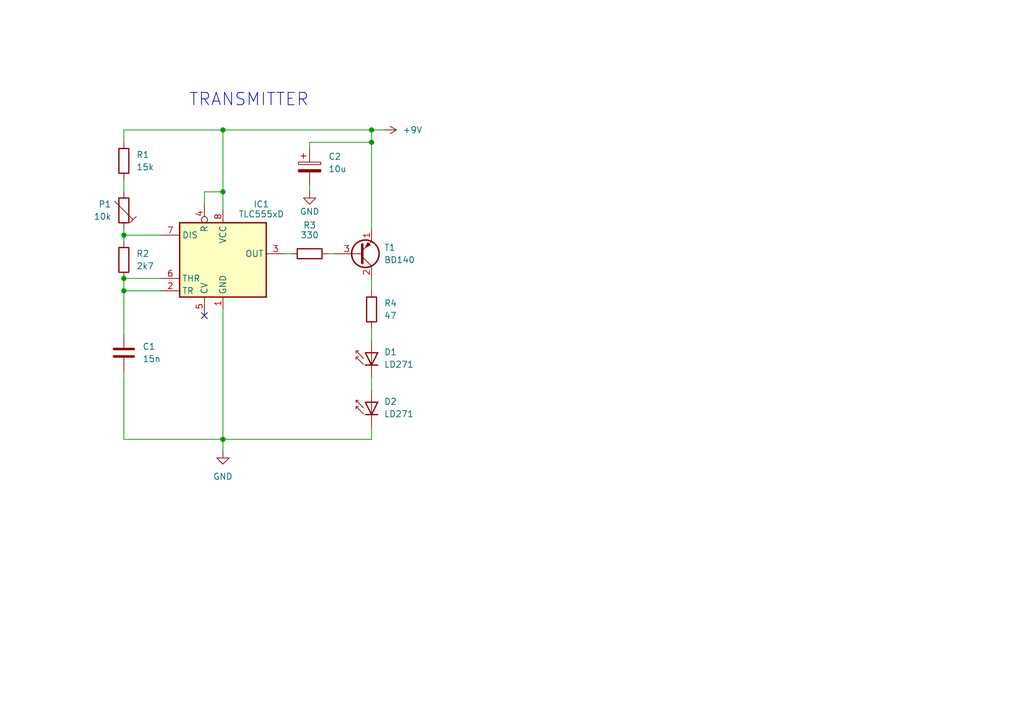
<source format=kicad_sch>
(kicad_sch (version 20231120) (generator "eeschema") (generator_version "8.0")
  (paper "A5")
  (title_block (title "Transmitter") (date "2024-11-19") (rev "1.0") (company "FH Technikum") (comment 1 "Author: Vulovic Marko"))
  (lib_symbols
    (symbol "Device:C" (pin_numbers hide) (pin_names (offset 0.254))
      (property "Reference" "C" (at 0.635 2.54 0))
      (property "Value" "C" (at 0.635 -2.54 0))
      (symbol "C_0_1"
        (polyline (pts (xy -2.032 -0.762) (xy 2.032 -0.762)) (stroke (width 0.508)))
        (polyline (pts (xy -2.032 0.762) (xy 2.032 0.762)) (stroke (width 0.508)))
      )
      (symbol "C_1_1"
        (pin passive line (at 0 3.81 270) (length 2.794) (name "~") (number "1"))
        (pin passive line (at 0 -3.81 90) (length 2.794) (name "~") (number "2"))
      )
    )
    (symbol "Device:C_Polarized" (pin_numbers hide) (pin_names (offset 0.254))
      (property "Reference" "C" (at 0.635 2.54 0))
      (property "Value" "C_Polarized" (at 0.635 -2.54 0))
      (symbol "C_Polarized_0_1"
        (rectangle (start -2.286 0.508) (end 2.286 1.016))
        (polyline (pts (xy -1.778 2.286) (xy -0.762 2.286)))
        (polyline (pts (xy -1.27 2.794) (xy -1.27 1.778)))
        (rectangle (start 2.286 -0.508) (end -2.286 -1.016) (fill (type outline)))
      )
      (symbol "C_Polarized_1_1"
        (pin passive line (at 0 3.81 270) (length 2.794) (name "~") (number "1"))
        (pin passive line (at 0 -3.81 90) (length 2.794) (name "~") (number "2"))
      )
    )
    (symbol "Device:R" (pin_numbers hide) (pin_names (offset 0))
      (property "Reference" "R" (at 2.032 0 90))
      (property "Value" "R" (at 0 0 90))
      (symbol "R_0_1"
        (rectangle (start -1.016 -2.54) (end 1.016 2.54) (stroke (width 0.254)))
      )
      (symbol "R_1_1"
        (pin passive line (at 0 3.81 270) (length 1.27) (name "~") (number "1"))
        (pin passive line (at 0 -3.81 90) (length 1.27) (name "~") (number "2"))
      )
    )
    (symbol "Device:R_Trim" (pin_numbers hide) (pin_names (offset 0))
      (property "Reference" "R" (at 2.54 -2.54 90))
      (property "Value" "R_Trim" (at -2.54 -0.635 90))
      (symbol "R_Trim_0_1"
        (rectangle (start -1.016 -2.54) (end 1.016 2.54) (stroke (width 0.254)))
        (polyline (pts (xy -1.905 -1.905) (xy 1.905 1.905) (xy 2.54 1.27) (xy 1.27 2.54)))
      )
      (symbol "R_Trim_1_1"
        (pin passive line (at 0 3.81 270) (length 1.27) (name "~") (number "1"))
        (pin passive line (at 0 -3.81 90) (length 1.27) (name "~") (number "2"))
      )
    )
    (symbol "LED:LD271" (pin_numbers hide) (pin_names (offset 1.016) hide)
      (property "Reference" "D" (at 0.508 1.778 0))
      (property "Value" "LD271" (at -1.016 -2.794 0))
      (symbol "LD271_0_1"
        (polyline (pts (xy -2.54 1.27) (xy -2.54 -1.27)) (stroke (width 0.254)))
        (polyline (pts (xy 0 0) (xy -2.54 0)))
        (polyline (pts (xy 0.381 3.175) (xy -0.127 3.175)))
        (polyline (pts (xy -1.143 1.651) (xy 0.381 3.175) (xy 0.381 2.667)))
        (polyline (pts (xy 0 -1.27) (xy -2.54 0) (xy 0 1.27) (xy 0 -1.27)) (stroke (width 0.254)))
        (polyline (pts (xy -2.413 1.651) (xy -0.889 3.175) (xy -0.889 2.667) (xy -0.889 3.175) (xy -1.397 3.175)))
      )
      (symbol "LD271_1_1"
        (pin passive line (at -5.08 0 0) (length 2.54) (name "K") (number "1"))
        (pin passive line (at 2.54 0 180) (length 2.54) (name "A") (number "2"))
      )
    )
    (symbol "Timer:TLC555xD"
      (property "Reference" "IC3" (at 2.1941 12.7 0))
      (property "Value" "TLC555xD" (at 2.1941 10.16 0))
      (symbol "TLC555xD_0_0"
        (pin power_in line (at 0 -10.16 90) (length 2.54) (name "GND") (number "1"))
        (pin power_in line (at 0 10.16 270) (length 2.54) (name "VCC") (number "8"))
      )
      (symbol "TLC555xD_0_1"
        (rectangle (start -8.89 -7.62) (end 8.89 7.62) (stroke (width 0.254)) (fill (type background)))
        (rectangle (start -8.89 -7.62) (end 8.89 7.62) (stroke (width 0.254)) (fill (type background)))
      )
      (symbol "TLC555xD_1_1"
        (pin input line (at -12.7 -6.35 0) (length 3.81) (name "TR") (number "2"))
        (pin output line (at 12.7 1.27 180) (length 3.81) (name "OUT") (number "3"))
        (pin input inverted (at -3.81 11.43 270) (length 3.81) (name "R") (number "4"))
        (pin input line (at -3.81 -11.43 90) (length 3.81) (name "CV") (number "5"))
        (pin input line (at -12.7 -3.81 0) (length 3.81) (name "THR") (number "6"))
        (pin input line (at -12.7 5.08 0) (length 3.81) (name "DIS") (number "7"))
      )
    )
    (symbol "Transistor_BJT:BD140" (pin_names (offset 0) hide)
      (property "Reference" "Q" (at 5.08 1.905 0))
      (property "Value" "BD140" (at 5.08 0 0))
      (symbol "BD140_0_1"
        (polyline (pts (xy 0 0) (xy 0.635 0)))
        (polyline (pts (xy 2.54 -2.54) (xy 0.635 -0.635)))
        (polyline (pts (xy 2.54 2.54) (xy 0.635 0.635)))
        (polyline (pts (xy 0.635 1.905) (xy 0.635 -1.905) (xy 0.635 -1.905)) (stroke (width 0.508)) (fill (type outline)))
        (polyline (pts (xy 1.778 -2.286) (xy 2.286 -1.778) (xy 1.27 -1.27) (xy 1.778 -2.286) (xy 1.778 -2.286)) (fill (type outline)))
        (circle (center 1.27 0) (radius 2.8194) (stroke (width 0.3048)))
      )
      (symbol "BD140_1_1"
        (pin passive line (at 2.54 -5.08 90) (length 2.54) (name "E") (number "1"))
        (pin passive line (at 2.54 5.08 270) (length 2.54) (name "C") (number "2"))
        (pin input line (at -5.08 0 0) (length 5.08) (name "B") (number "3"))
      )
    )
    (symbol "power:+9V" (power) (pin_numbers hide) (pin_names (offset 0) hide)
      (property "Value" "+9V" (at 0 3.556 0))
      (symbol "+9V_0_1"
        (polyline (pts (xy -0.762 1.27) (xy 0 2.54)))
        (polyline (pts (xy 0 0) (xy 0 2.54)))
        (polyline (pts (xy 0 2.54) (xy 0.762 1.27)))
      )
      (symbol "+9V_1_1"
        (pin power_in line (at 0 0 90) (length 0) (name "~") (number "1"))
      )
    )
    (symbol "power:GND" (power) (pin_numbers hide) (pin_names (offset 0) hide)
      (property "Value" "GND" (at 0 -3.81 0))
      (symbol "GND_0_1"
        (polyline (pts (xy 0 0) (xy 0 -1.27) (xy 1.27 -1.27) (xy 0 -2.54) (xy -1.27 -1.27) (xy 0 -1.27)))
      )
      (symbol "GND_1_1"
        (pin power_in line (at 0 0 270) (length 0) (name "~") (number "1"))
      )
    )
  )
  (junction (at 25.4 59.69))
  (junction (at 76.2 29.21))
  (junction (at 45.72 90.17))
  (junction (at 76.2 26.67))
  (junction (at 25.4 48.26))
  (junction (at 25.4 57.15))
  (junction (at 45.72 39.37))
  (junction (at 45.72 26.67))
  (no_connect (at 41.91 64.77))
  (wire (pts (xy 76.2 67.31) (xy 76.2 69.85)))
  (wire (pts (xy 67.31 52.07) (xy 68.58 52.07)))
  (wire (pts (xy 76.2 77.47) (xy 76.2 80.01)))
  (wire (pts (xy 76.2 26.67) (xy 76.2 29.21)))
  (wire (pts (xy 76.2 26.67) (xy 78.74 26.67)))
  (wire (pts (xy 45.72 26.67) (xy 25.4 26.67)))
  (wire (pts (xy 25.4 90.17) (xy 45.72 90.17)))
  (wire (pts (xy 41.91 39.37) (xy 45.72 39.37)))
  (wire (pts (xy 25.4 26.67) (xy 25.4 29.21)))
  (wire (pts (xy 25.4 48.26) (xy 25.4 49.53)))
  (wire (pts (xy 41.91 41.91) (xy 41.91 39.37)))
  (wire (pts (xy 25.4 57.15) (xy 33.02 57.15)))
  (wire (pts (xy 76.2 57.15) (xy 76.2 59.69)))
  (wire (pts (xy 25.4 48.26) (xy 33.02 48.26)))
  (wire (pts (xy 25.4 48.26) (xy 25.4 46.99)))
  (wire (pts (xy 25.4 59.69) (xy 33.02 59.69)))
  (wire (pts (xy 45.72 90.17) (xy 45.72 92.71)))
  (wire (pts (xy 25.4 76.2) (xy 25.4 90.17)))
  (wire (pts (xy 25.4 36.83) (xy 25.4 39.37)))
  (wire (pts (xy 58.42 52.07) (xy 59.69 52.07)))
  (wire (pts (xy 45.72 39.37) (xy 45.72 26.67)))
  (wire (pts (xy 25.4 59.69) (xy 25.4 68.58)))
  (wire (pts (xy 63.5 29.21) (xy 63.5 30.48)))
  (wire (pts (xy 76.2 90.17) (xy 76.2 87.63)))
  (wire (pts (xy 76.2 29.21) (xy 63.5 29.21)))
  (wire (pts (xy 45.72 63.5) (xy 45.72 90.17)))
  (wire (pts (xy 25.4 57.15) (xy 25.4 59.69)))
  (wire (pts (xy 45.72 90.17) (xy 76.2 90.17)))
  (wire (pts (xy 76.2 29.21) (xy 76.2 46.99)))
  (wire (pts (xy 45.72 26.67) (xy 76.2 26.67)))
  (wire (pts (xy 63.5 38.1) (xy 63.5 39.37)))
  (wire (pts (xy 45.72 39.37) (xy 45.72 43.18)))
  (text "TRANSMITTER\n" (at 51.054 20.574 0) (effects (font (size 2.54 2.54))))
  (symbol (lib_id "Device:R_Trim") (at 25.4 43.18 0) (mirror x) (unit 1)
    (property "Reference" "P1" (at 22.86 41.9099 0) (effects (justify right)))
    (property "Value" "10k" (at 22.86 44.4499 0) (effects (justify right)))
    (property "Description" "Trimmable resistor (preset resistor)" (effects (hide yes)))
  )
  (symbol (lib_id "Device:C_Polarized") (at 63.5 34.29 0) (unit 1)
    (property "Reference" "C2" (at 67.31 32.1309 0) (effects (justify left)))
    (property "Value" "10u" (at 67.31 34.6709 0) (effects (justify left)))
    (property "Description" "Polarized capacitor" (effects (hide yes)))
  )
  (symbol (lib_id "Transistor_BJT:BD140") (at 73.66 52.07 0) (mirror x) (unit 1)
    (property "Reference" "T1" (at 78.74 50.7999 0) (effects (justify left)))
    (property "Value" "BD140" (at 78.74 53.3399 0) (effects (justify left)))
    (property "Footprint" "Package_TO_SOT_THT:TO-126-3_Vertical" (effects (hide yes)))
    (property "Datasheet" "http://www.st.com/internet/com/TECHNICAL_RESOURCES/TECHNICAL_LITERATURE/DATASHEET/CD00001225.pdf" (effects (hide yes)))
    (property "Description" "1.5A Ic, 80V Vce, Low Voltage Transistor, TO-126" (effects (hide yes)))
  )
  (symbol (lib_id "power:+9V") (at 78.74 26.67 270) (unit 1)
    (property "Reference" "#PWR06" (effects (hide yes)))
    (property "Value" "+9V" (at 82.55 26.6699 90) (effects (justify left)))
    (property "Description" "Power symbol creates a global label with name \"+9V\"" (effects (hide yes)))
  )
  (symbol (lib_id "Device:R") (at 76.2 63.5 0) (unit 1)
    (property "Reference" "R4" (at 78.74 62.2299 0) (effects (justify left)))
    (property "Value" "47" (at 78.74 64.7699 0) (effects (justify left)))
    (property "Description" "Resistor" (effects (hide yes)))
  )
  (symbol (lib_id "Timer:TLC555xD") (at 45.72 53.34 0) (unit 1)
    (property "Reference" "IC1" (at 53.594 41.91 0))
    (property "Value" "TLC555xD" (at 53.594 43.942 0))
    (property "Footprint" "Package_SO:SOIC-8_3.9x4.9mm_P1.27mm" (effects (hide yes)))
    (property "Datasheet" "http://www.ti.com/lit/ds/symlink/tlc555.pdf" (effects (hide yes)))
    (property "Description" "Single LinCMOS Timer, 555 compatible, SOIC-8" (effects (hide yes)))
  )
  (symbol (lib_id "power:GND") (at 45.72 92.71 0) (unit 1)
    (property "Reference" "#PWR04" (effects (hide yes)))
    (property "Value" "GND" (at 45.72 97.79 0))
    (property "Description" "Power symbol creates a global label with name \"GND\" , ground" (effects (hide yes)))
  )
  (symbol (lib_id "power:GND") (at 63.5 39.37 0) (unit 1)
    (property "Reference" "#PWR05" (effects (hide yes)))
    (property "Value" "GND" (at 63.5 43.434 0))
    (property "Description" "Power symbol creates a global label with name \"GND\" , ground" (effects (hide yes)))
  )
  (symbol (lib_id "Device:C") (at 25.4 72.39 0) (unit 1)
    (property "Reference" "C1" (at 29.21 71.1199 0) (effects (justify left)))
    (property "Value" "15n" (at 29.21 73.6599 0) (effects (justify left)))
    (property "Description" "Unpolarized capacitor" (effects (hide yes)))
  )
  (symbol (lib_id "Device:R") (at 63.5 52.07 90) (unit 1)
    (property "Reference" "R3" (at 63.5 46.228 90))
    (property "Value" "330" (at 63.5 48.26 90))
    (property "Description" "Resistor" (effects (hide yes)))
  )
  (symbol (lib_id "LED:LD271") (at 76.2 72.39 90) (unit 1)
    (property "Reference" "D1" (at 78.74 72.2629 90) (effects (justify right)))
    (property "Value" "LD271" (at 78.74 74.8029 90) (effects (justify right)))
    (property "Footprint" "LED_THT:LED_D5.0mm_IRGrey" (effects (hide yes)))
    (property "Datasheet" "http://www.alliedelec.com/m/d/40788c34903a719969df15f1fbea1056.pdf" (effects (hide yes)))
    (property "Description" "940nm IR-LED, 5mm" (effects (hide yes)))
  )
  (symbol (lib_id "Device:R") (at 25.4 33.02 0) (unit 1)
    (property "Reference" "R1" (at 27.94 31.7499 0) (effects (justify left)))
    (property "Value" "15k" (at 27.94 34.2899 0) (effects (justify left)))
    (property "Description" "Resistor" (effects (hide yes)))
  )
  (symbol (lib_id "Device:R") (at 25.4 53.34 0) (unit 1)
    (property "Reference" "R2" (at 27.94 52.0699 0) (effects (justify left)))
    (property "Value" "2k7" (at 27.94 54.6099 0) (effects (justify left)))
    (property "Description" "Resistor" (effects (hide yes)))
  )
  (symbol (lib_id "LED:LD271") (at 76.2 82.55 90) (unit 1)
    (property "Reference" "D2" (at 78.74 82.4229 90) (effects (justify right)))
    (property "Value" "LD271" (at 78.74 84.9629 90) (effects (justify right)))
    (property "Footprint" "LED_THT:LED_D5.0mm_IRGrey" (effects (hide yes)))
    (property "Datasheet" "http://www.alliedelec.com/m/d/40788c34903a719969df15f1fbea1056.pdf" (effects (hide yes)))
    (property "Description" "940nm IR-LED, 5mm" (effects (hide yes)))
  )
)
</source>
